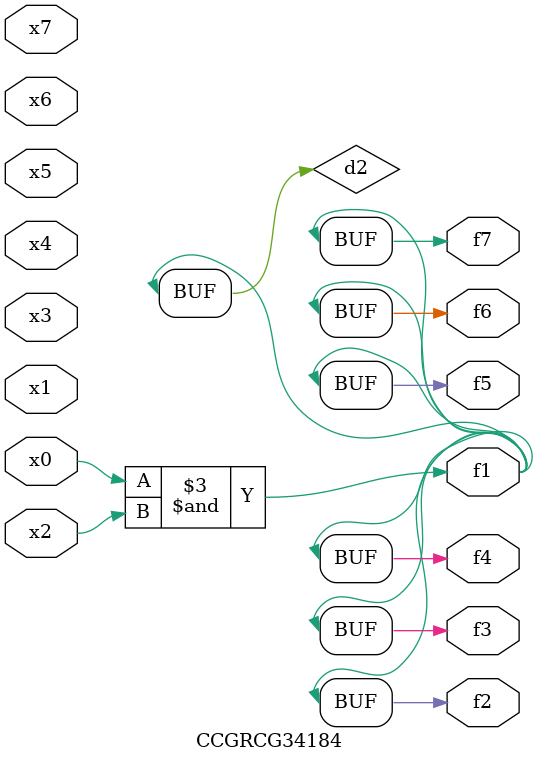
<source format=v>
module CCGRCG34184(
	input x0, x1, x2, x3, x4, x5, x6, x7,
	output f1, f2, f3, f4, f5, f6, f7
);

	wire d1, d2;

	nor (d1, x3, x6);
	and (d2, x0, x2);
	assign f1 = d2;
	assign f2 = d2;
	assign f3 = d2;
	assign f4 = d2;
	assign f5 = d2;
	assign f6 = d2;
	assign f7 = d2;
endmodule

</source>
